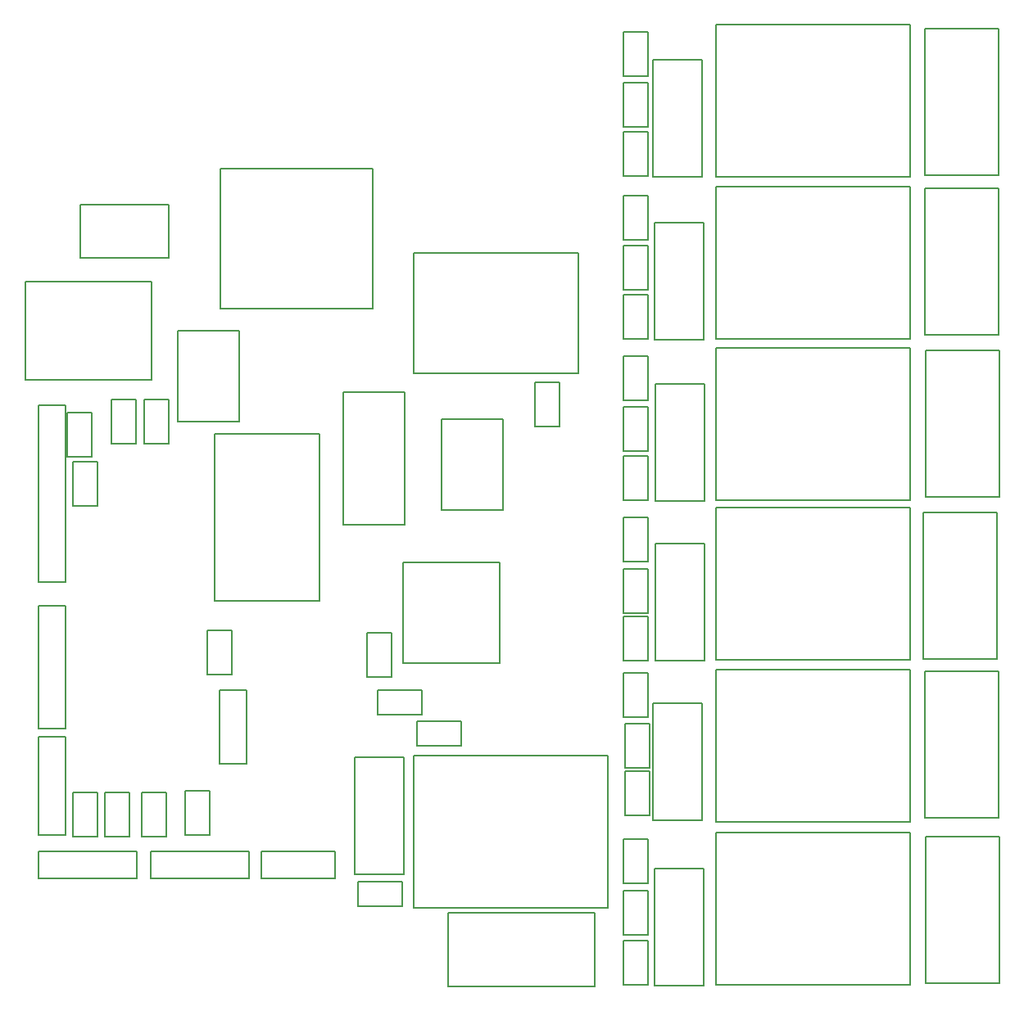
<source format=gbr>
G04 CAM350 V10.0.1 (Build 312) Date:  Thu Jul 28 16:15:01 2016 *
G04 Database: C:\arctmp\odbjob_v7\odbjob_v7.cam *
G04 Layer 9: TopPartOutLine *
%FSLAX23Y23*%
%MOIN*%
%SFA1.000B1.000*%

%MIA0B0*%
%IPPOS*%
%ADD28C,0.00500*%
%LNTopPartOutLine*%
%LPD*%
G54D28*
X16385Y8201D02*
G01X16635D01*
Y7829*
X16385*
Y8201*
X15310Y8561D02*
G01X15560D01*
Y8189*
X15310*
Y8561*
X14690Y8360D02*
G01Y8760D01*
X15205*
Y8360*
X14690*
X16105Y8650D02*
G01X15485D01*
Y9220*
X16105*
Y8650*
X16270Y6210D02*
G01Y6830D01*
X17060*
Y6210*
X16270*
X18290Y6515D02*
G01Y5895D01*
X17500*
Y6515*
X18290*
Y7180D02*
G01Y6560D01*
X17500*
Y7180*
X18290*
Y7840D02*
G01Y7220D01*
X17500*
Y7840*
X18290*
Y8490D02*
G01Y7870D01*
X17500*
Y8490*
X18290*
Y9145D02*
G01Y8525D01*
X17500*
Y9145*
X18290*
Y9805D02*
G01Y9185D01*
X17500*
Y9805*
X18290*
X16412Y6190D02*
G01X17008D01*
Y5890*
X16412*
Y6190*
X18355Y5902D02*
G01Y6498D01*
X18655*
Y5902*
X18355*
X18350Y6577D02*
G01Y7173D01*
X18650*
Y6577*
X18350*
X18345Y7222D02*
G01Y7818D01*
X18645*
Y7222*
X18345*
X18355Y7882D02*
G01Y8478D01*
X18655*
Y7882*
X18355*
X18350Y8542D02*
G01Y9138D01*
X18650*
Y8542*
X18350*
Y9192D02*
G01Y9788D01*
X18650*
Y9192*
X18350*
X16030Y6823D02*
G01X16230D01*
Y6347*
X16030*
Y6823*
X17250Y6368D02*
G01X17450D01*
Y5892*
X17250*
Y6368*
X17245Y7043D02*
G01X17445D01*
Y6567*
X17245*
Y7043*
X17255Y7693D02*
G01X17455D01*
Y7217*
X17255*
Y7693*
Y8343D02*
G01X17455D01*
Y7867*
X17255*
Y8343*
X17250Y8998D02*
G01X17450D01*
Y8522*
X17250*
Y8998*
X17245Y9663D02*
G01X17445D01*
Y9187*
X17245*
Y9663*
X16229Y7205D02*
G01Y7615D01*
X16620*
Y7205*
X16229*
X15480Y6795D02*
G01Y7095D01*
X15590*
Y6795*
X15480*
X15950Y6330D02*
G01X15650D01*
Y6440*
X15950*
Y6330*
X15200Y6440D02*
G01X15600D01*
Y6330*
X15200*
Y6440*
X14745D02*
G01X15145D01*
Y6330*
X14745*
Y6440*
X14855Y6905D02*
G01Y6505D01*
X14745*
Y6905*
X14855*
X14745Y6940D02*
G01Y7440D01*
X14855*
Y6940*
X14745*
Y7535D02*
G01Y8255D01*
X14855*
Y7535*
X14745*
X15275Y8856D02*
G01X14915D01*
Y9074*
X15275*
Y8856*
X14960Y8225D02*
G01Y8045D01*
X14860*
Y8225*
X14960*
X16080Y7150D02*
G01Y7330D01*
X16180*
Y7150*
X16080*
X15530Y7340D02*
G01Y7160D01*
X15430*
Y7340*
X15530*
X15440Y6685D02*
G01Y6505D01*
X15340*
Y6685*
X15440*
X15265Y6680D02*
G01Y6500D01*
X15165*
Y6680*
X15265*
X15115D02*
G01Y6500D01*
X15015*
Y6680*
X15115*
X14985D02*
G01Y6500D01*
X14885*
Y6680*
X14985*
Y8025D02*
G01Y7845D01*
X14885*
Y8025*
X14985*
X16765Y8170D02*
G01Y8350D01*
X16865*
Y8170*
X16765*
X16285Y6970D02*
G01X16465D01*
Y6870*
X16285*
Y6970*
X17225Y6280D02*
G01Y6100D01*
X17125*
Y6280*
X17225*
X17125Y5895D02*
G01Y6075D01*
X17225*
Y5895*
X17125*
X16225Y6215D02*
G01X16045D01*
Y6315*
X16225*
Y6215*
X17230Y6960D02*
G01Y6780D01*
X17130*
Y6960*
X17230*
X17130Y6585D02*
G01Y6765D01*
X17230*
Y6585*
X17130*
X17225Y7590D02*
G01Y7410D01*
X17125*
Y7590*
X17225*
X17125Y7215D02*
G01Y7395D01*
X17225*
Y7215*
X17125*
X17225Y8250D02*
G01Y8070D01*
X17125*
Y8250*
X17225*
X17125Y7870D02*
G01Y8050D01*
X17225*
Y7870*
X17125*
Y8525D02*
G01Y8705D01*
X17225*
Y8525*
X17125*
X17225Y8905D02*
G01Y8725D01*
X17125*
Y8905*
X17225*
X17125Y9190D02*
G01Y9370D01*
X17225*
Y9190*
X17125*
X17225Y9570D02*
G01Y9390D01*
X17125*
Y9570*
X17225*
X15275Y8280D02*
G01Y8100D01*
X15175*
Y8280*
X15275*
X16125Y7095D02*
G01X16305D01*
Y6995*
X16125*
Y7095*
X17125Y6310D02*
G01Y6490D01*
X17225*
Y6310*
X17125*
Y6985D02*
G01Y7165D01*
X17225*
Y6985*
X17125*
Y7620D02*
G01Y7800D01*
X17225*
Y7620*
X17125*
Y8275D02*
G01Y8455D01*
X17225*
Y8275*
X17125*
Y8930D02*
G01Y9110D01*
X17225*
Y8930*
X17125*
Y9595D02*
G01Y9775D01*
X17225*
Y9595*
X17125*
X15140Y8280D02*
G01Y8100D01*
X15040*
Y8280*
X15140*
X16270Y8385D02*
G01Y8875D01*
X16940*
Y8385*
X16270*
X16235Y7770D02*
G01X15985D01*
Y8310*
X16235*
Y7770*
X15887Y8140D02*
G01Y7583D01*
X15888Y7580*
Y7507*
X15887Y7504*
Y7460*
X15463*
Y7504*
X15462Y7507*
Y7580*
X15463Y7583*
Y8140*
X15887*
M02*

</source>
